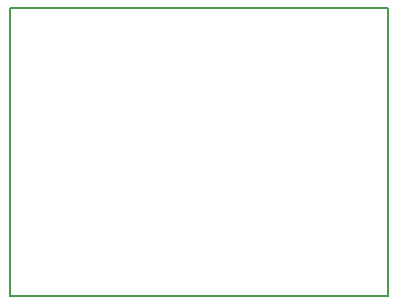
<source format=gbr>
G04 #@! TF.GenerationSoftware,KiCad,Pcbnew,5.0.2-bee76a0~70~ubuntu18.04.1*
G04 #@! TF.CreationDate,2019-05-12T23:41:40+01:00*
G04 #@! TF.ProjectId,Timer Gate,54696d65-7220-4476-9174-652e6b696361,rev?*
G04 #@! TF.SameCoordinates,Original*
G04 #@! TF.FileFunction,Profile,NP*
%FSLAX46Y46*%
G04 Gerber Fmt 4.6, Leading zero omitted, Abs format (unit mm)*
G04 Created by KiCad (PCBNEW 5.0.2-bee76a0~70~ubuntu18.04.1) date Sun May 12 23:41:40 2019*
%MOMM*%
%LPD*%
G01*
G04 APERTURE LIST*
%ADD10C,0.150000*%
G04 APERTURE END LIST*
D10*
X119888000Y-99060000D02*
X119888000Y-74676000D01*
X151892000Y-99060000D02*
X119888000Y-99060000D01*
X151892000Y-74676000D02*
X151892000Y-99060000D01*
X119888000Y-74676000D02*
X151892000Y-74676000D01*
M02*

</source>
